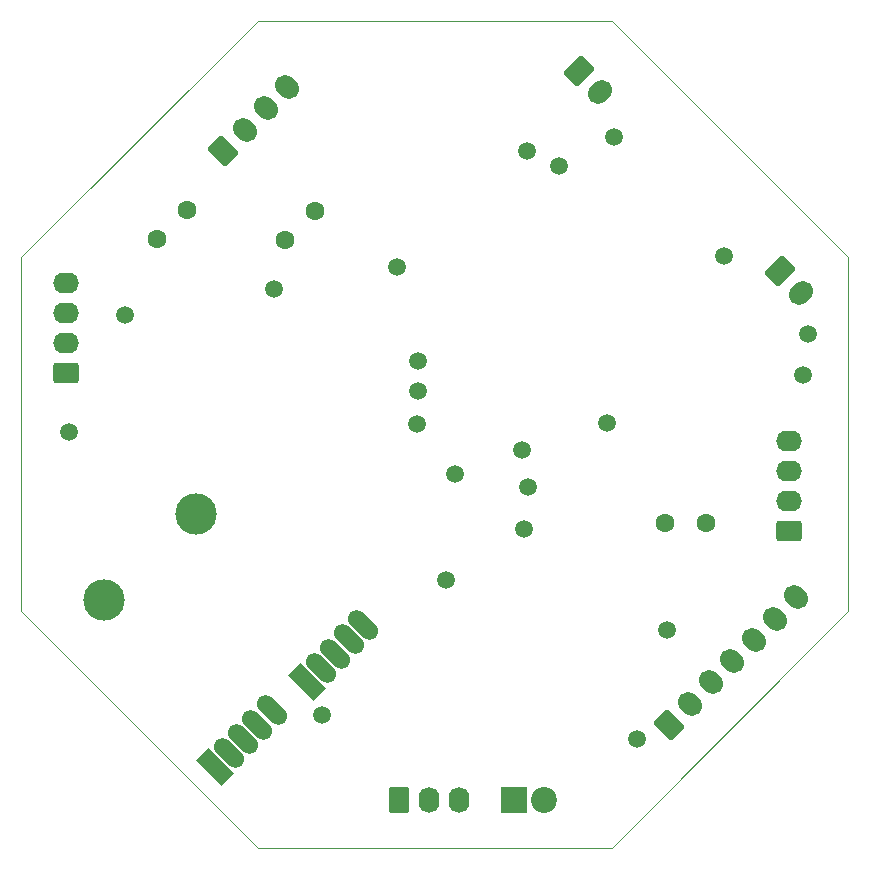
<source format=gbr>
%TF.GenerationSoftware,KiCad,Pcbnew,8.0.1*%
%TF.CreationDate,2024-05-16T13:53:01-04:00*%
%TF.ProjectId,MainPCBV2,4d61696e-5043-4425-9632-2e6b69636164,rev?*%
%TF.SameCoordinates,PX7270e00PY7bfa480*%
%TF.FileFunction,Soldermask,Bot*%
%TF.FilePolarity,Negative*%
%FSLAX45Y45*%
G04 Gerber Fmt 4.5, Leading zero omitted, Abs format (unit mm)*
G04 Created by KiCad (PCBNEW 8.0.1) date 2024-05-16 13:53:01*
%MOMM*%
%LPD*%
G01*
G04 APERTURE LIST*
G04 Aperture macros list*
%AMRoundRect*
0 Rectangle with rounded corners*
0 $1 Rounding radius*
0 $2 $3 $4 $5 $6 $7 $8 $9 X,Y pos of 4 corners*
0 Add a 4 corners polygon primitive as box body*
4,1,4,$2,$3,$4,$5,$6,$7,$8,$9,$2,$3,0*
0 Add four circle primitives for the rounded corners*
1,1,$1+$1,$2,$3*
1,1,$1+$1,$4,$5*
1,1,$1+$1,$6,$7*
1,1,$1+$1,$8,$9*
0 Add four rect primitives between the rounded corners*
20,1,$1+$1,$2,$3,$4,$5,0*
20,1,$1+$1,$4,$5,$6,$7,0*
20,1,$1+$1,$6,$7,$8,$9,0*
20,1,$1+$1,$8,$9,$2,$3,0*%
%AMHorizOval*
0 Thick line with rounded ends*
0 $1 width*
0 $2 $3 position (X,Y) of the first rounded end (center of the circle)*
0 $4 $5 position (X,Y) of the second rounded end (center of the circle)*
0 Add line between two ends*
20,1,$1,$2,$3,$4,$5,0*
0 Add two circle primitives to create the rounded ends*
1,1,$1,$2,$3*
1,1,$1,$4,$5*%
%AMRotRect*
0 Rectangle, with rotation*
0 The origin of the aperture is its center*
0 $1 length*
0 $2 width*
0 $3 Rotation angle, in degrees counterclockwise*
0 Add horizontal line*
21,1,$1,$2,0,0,$3*%
G04 Aperture macros list end*
%ADD10RoundRect,0.250000X0.845000X-0.620000X0.845000X0.620000X-0.845000X0.620000X-0.845000X-0.620000X0*%
%ADD11O,2.190000X1.740000*%
%ADD12RoundRect,0.250000X0.159099X-1.035911X1.035911X-0.159099X-0.159099X1.035911X-1.035911X0.159099X0*%
%ADD13HorizOval,1.740000X-0.159099X0.159099X0.159099X-0.159099X0*%
%ADD14HorizOval,3.500000X0.000000X0.000000X0.000000X0.000000X0*%
%ADD15RotRect,1.500000X3.000000X45.000000*%
%ADD16HorizOval,1.500000X-0.530330X0.530330X0.530330X-0.530330X0*%
%ADD17C,1.600000*%
%ADD18RoundRect,0.250000X-1.035911X-0.159099X-0.159099X-1.035911X1.035911X0.159099X0.159099X1.035911X0*%
%ADD19HorizOval,1.740000X-0.159099X-0.159099X0.159099X0.159099X0*%
%ADD20RoundRect,0.250000X-0.620000X-0.845000X0.620000X-0.845000X0.620000X0.845000X-0.620000X0.845000X0*%
%ADD21O,1.740000X2.190000*%
%ADD22R,2.200000X2.200000*%
%ADD23C,2.200000*%
%ADD24C,1.500000*%
%TA.AperFunction,Profile*%
%ADD25C,0.100000*%
%TD*%
G04 APERTURE END LIST*
D10*
X6500000Y2678000D03*
D11*
X6500000Y2932000D03*
X6500000Y3186000D03*
X6500000Y3440000D03*
D12*
X1710790Y5900790D03*
D13*
X1890395Y6080395D03*
X2070000Y6260000D03*
X2249605Y6439605D03*
D14*
X700000Y2100000D03*
D15*
X1637624Y681544D03*
D16*
X1757832Y801752D03*
X1878040Y921960D03*
X1998248Y1042168D03*
X2118456Y1162376D03*
D17*
X2483744Y5393744D03*
X2236256Y5146256D03*
D18*
X6420395Y4879605D03*
D19*
X6600000Y4700000D03*
D20*
X3202000Y400000D03*
D21*
X3456000Y400000D03*
X3710000Y400000D03*
D22*
X4173000Y400000D03*
D23*
X4427000Y400000D03*
D18*
X4720395Y6579605D03*
D19*
X4900000Y6400000D03*
D12*
X5481185Y1041185D03*
D13*
X5660790Y1220790D03*
X5840395Y1400395D03*
X6020000Y1580000D03*
X6199605Y1759605D03*
X6379210Y1939210D03*
X6558815Y2118815D03*
D17*
X5450000Y2750000D03*
X5800000Y2750000D03*
X1152513Y5152513D03*
X1400000Y5400000D03*
D14*
X1478155Y2821845D03*
D15*
X2415779Y1403389D03*
D16*
X2535987Y1523597D03*
X2656195Y1643805D03*
X2776403Y1764013D03*
X2896611Y1884221D03*
D10*
X375000Y4021000D03*
D11*
X375000Y4275000D03*
X375000Y4529000D03*
X375000Y4783000D03*
D24*
X5470000Y1840000D03*
X400000Y3520000D03*
X3600000Y2270000D03*
X3360000Y3870000D03*
X880000Y4510000D03*
X3350000Y3590000D03*
X5950000Y5010000D03*
X5210000Y920000D03*
X3180000Y4920000D03*
X3670000Y3160000D03*
X4260000Y2700000D03*
X5020000Y6020000D03*
X4550000Y5770000D03*
X3360000Y4120000D03*
X6660000Y4350000D03*
X4280000Y5900000D03*
X2550000Y1120000D03*
X2140000Y4730000D03*
X6620000Y4000000D03*
X4960000Y3600000D03*
X4290000Y3050000D03*
X4240000Y3370000D03*
D25*
X7000000Y5000000D02*
X7000000Y2000000D01*
X5000000Y0D01*
X2000000Y0D01*
X0Y2000000D01*
X0Y5000000D01*
X2000000Y7000000D01*
X5000000Y7000000D01*
X7000000Y5000000D01*
M02*

</source>
